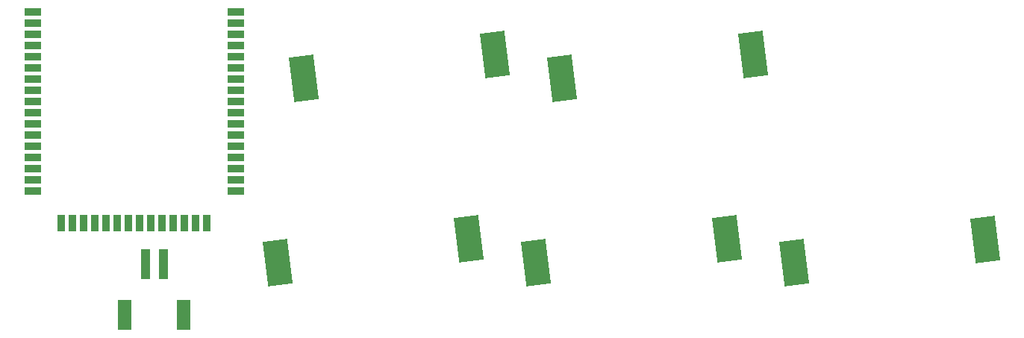
<source format=gbp>
%FSLAX24Y24*%
%MOIN*%
G70*
G01*
G75*
G04 Layer_Color=128*
%ADD10C,0.0080*%
%ADD11C,0.0160*%
%ADD12C,0.0200*%
%ADD13C,0.0300*%
%ADD14C,0.0040*%
%ADD15C,0.0100*%
%ADD16C,0.0120*%
%ADD17C,0.0240*%
%ADD18C,0.0090*%
%ADD19R,0.0200X0.0200*%
%ADD20R,0.0200X0.0200*%
%ADD21C,0.0098*%
%ADD22C,0.0276*%
%ADD23R,0.0236X0.0413*%
%ADD24P,0.0283X4X90.0*%
%ADD25R,0.0940X0.0650*%
%ADD26R,0.0100X0.0270*%
%ADD27R,0.0550X0.0470*%
%ADD28R,0.0160X0.0440*%
G04:AMPARAMS|DCode=29|XSize=20mil|YSize=8mil|CornerRadius=3mil|HoleSize=0mil|Usage=FLASHONLY|Rotation=90.000|XOffset=0mil|YOffset=0mil|HoleType=Round|Shape=RoundedRectangle|*
%AMROUNDEDRECTD29*
21,1,0.0200,0.0020,0,0,90.0*
21,1,0.0140,0.0080,0,0,90.0*
1,1,0.0060,0.0010,0.0070*
1,1,0.0060,0.0010,-0.0070*
1,1,0.0060,-0.0010,-0.0070*
1,1,0.0060,-0.0010,0.0070*
%
%ADD29ROUNDEDRECTD29*%
G04:AMPARAMS|DCode=30|XSize=20mil|YSize=8mil|CornerRadius=3mil|HoleSize=0mil|Usage=FLASHONLY|Rotation=0.000|XOffset=0mil|YOffset=0mil|HoleType=Round|Shape=RoundedRectangle|*
%AMROUNDEDRECTD30*
21,1,0.0200,0.0020,0,0,0.0*
21,1,0.0140,0.0080,0,0,0.0*
1,1,0.0060,0.0070,-0.0010*
1,1,0.0060,-0.0070,-0.0010*
1,1,0.0060,-0.0070,0.0010*
1,1,0.0060,0.0070,0.0010*
%
%ADD30ROUNDEDRECTD30*%
%ADD31R,0.0360X0.0400*%
%ADD32R,0.0340X0.0310*%
%ADD33R,0.0320X0.0280*%
%ADD34R,0.0560X0.0560*%
%ADD35R,0.0480X0.0560*%
%ADD36R,0.0200X0.0400*%
G04:AMPARAMS|DCode=37|XSize=52mil|YSize=63mil|CornerRadius=5.2mil|HoleSize=0mil|Usage=FLASHONLY|Rotation=180.000|XOffset=0mil|YOffset=0mil|HoleType=Round|Shape=RoundedRectangle|*
%AMROUNDEDRECTD37*
21,1,0.0520,0.0526,0,0,180.0*
21,1,0.0416,0.0630,0,0,180.0*
1,1,0.0104,-0.0208,0.0263*
1,1,0.0104,0.0208,0.0263*
1,1,0.0104,0.0208,-0.0263*
1,1,0.0104,-0.0208,-0.0263*
%
%ADD37ROUNDEDRECTD37*%
%ADD38R,0.0400X0.0360*%
%ADD39R,0.0310X0.0340*%
%ADD40R,0.0400X0.0200*%
G04:AMPARAMS|DCode=41|XSize=52mil|YSize=63mil|CornerRadius=5.2mil|HoleSize=0mil|Usage=FLASHONLY|Rotation=315.000|XOffset=0mil|YOffset=0mil|HoleType=Round|Shape=RoundedRectangle|*
%AMROUNDEDRECTD41*
21,1,0.0520,0.0526,0,0,315.0*
21,1,0.0416,0.0630,0,0,315.0*
1,1,0.0104,-0.0039,-0.0333*
1,1,0.0104,-0.0333,-0.0039*
1,1,0.0104,0.0039,0.0333*
1,1,0.0104,0.0333,0.0039*
%
%ADD41ROUNDEDRECTD41*%
G04:AMPARAMS|DCode=42|XSize=52mil|YSize=63mil|CornerRadius=5.2mil|HoleSize=0mil|Usage=FLASHONLY|Rotation=270.000|XOffset=0mil|YOffset=0mil|HoleType=Round|Shape=RoundedRectangle|*
%AMROUNDEDRECTD42*
21,1,0.0520,0.0526,0,0,270.0*
21,1,0.0416,0.0630,0,0,270.0*
1,1,0.0104,-0.0263,-0.0208*
1,1,0.0104,-0.0263,0.0208*
1,1,0.0104,0.0263,0.0208*
1,1,0.0104,0.0263,-0.0208*
%
%ADD42ROUNDEDRECTD42*%
%ADD43R,0.0280X0.0320*%
%ADD44R,0.0100X0.0220*%
G04:AMPARAMS|DCode=45|XSize=22mil|YSize=10mil|CornerRadius=0mil|HoleSize=0mil|Usage=FLASHONLY|Rotation=45.000|XOffset=0mil|YOffset=0mil|HoleType=Round|Shape=Rectangle|*
%AMROTATEDRECTD45*
4,1,4,-0.0042,-0.0113,-0.0113,-0.0042,0.0042,0.0113,0.0113,0.0042,-0.0042,-0.0113,0.0*
%
%ADD45ROTATEDRECTD45*%

%ADD46R,0.1460X0.0480*%
%ADD47R,0.0560X0.0160*%
%ADD48R,0.0750X0.0910*%
%ADD49R,0.0750X0.0710*%
G04:AMPARAMS|DCode=50|XSize=8mil|YSize=28mil|CornerRadius=4mil|HoleSize=0mil|Usage=FLASHONLY|Rotation=270.000|XOffset=0mil|YOffset=0mil|HoleType=Round|Shape=RoundedRectangle|*
%AMROUNDEDRECTD50*
21,1,0.0080,0.0200,0,0,270.0*
21,1,0.0000,0.0280,0,0,270.0*
1,1,0.0080,-0.0100,0.0000*
1,1,0.0080,-0.0100,0.0000*
1,1,0.0080,0.0100,0.0000*
1,1,0.0080,0.0100,0.0000*
%
%ADD50ROUNDEDRECTD50*%
G04:AMPARAMS|DCode=51|XSize=8mil|YSize=28mil|CornerRadius=4mil|HoleSize=0mil|Usage=FLASHONLY|Rotation=180.000|XOffset=0mil|YOffset=0mil|HoleType=Round|Shape=RoundedRectangle|*
%AMROUNDEDRECTD51*
21,1,0.0080,0.0200,0,0,180.0*
21,1,0.0000,0.0280,0,0,180.0*
1,1,0.0080,0.0000,0.0100*
1,1,0.0080,0.0000,0.0100*
1,1,0.0080,0.0000,-0.0100*
1,1,0.0080,0.0000,-0.0100*
%
%ADD51ROUNDEDRECTD51*%
G04:AMPARAMS|DCode=52|XSize=182mil|YSize=182mil|CornerRadius=4.6mil|HoleSize=0mil|Usage=FLASHONLY|Rotation=180.000|XOffset=0mil|YOffset=0mil|HoleType=Round|Shape=RoundedRectangle|*
%AMROUNDEDRECTD52*
21,1,0.1820,0.1729,0,0,180.0*
21,1,0.1729,0.1820,0,0,180.0*
1,1,0.0091,-0.0865,0.0865*
1,1,0.0091,0.0865,0.0865*
1,1,0.0091,0.0865,-0.0865*
1,1,0.0091,-0.0865,-0.0865*
%
%ADD52ROUNDEDRECTD52*%
G04:AMPARAMS|DCode=53|XSize=182mil|YSize=182mil|CornerRadius=4.6mil|HoleSize=0mil|Usage=FLASHONLY|Rotation=135.000|XOffset=0mil|YOffset=0mil|HoleType=Round|Shape=RoundedRectangle|*
%AMROUNDEDRECTD53*
21,1,0.1820,0.1729,0,0,135.0*
21,1,0.1729,0.1820,0,0,135.0*
1,1,0.0091,0.0000,0.1223*
1,1,0.0091,0.1223,0.0000*
1,1,0.0091,0.0000,-0.1223*
1,1,0.0091,-0.1223,0.0000*
%
%ADD53ROUNDEDRECTD53*%
G04:AMPARAMS|DCode=54|XSize=8mil|YSize=28mil|CornerRadius=4mil|HoleSize=0mil|Usage=FLASHONLY|Rotation=135.000|XOffset=0mil|YOffset=0mil|HoleType=Round|Shape=RoundedRectangle|*
%AMROUNDEDRECTD54*
21,1,0.0080,0.0200,0,0,135.0*
21,1,0.0000,0.0280,0,0,135.0*
1,1,0.0080,0.0071,0.0071*
1,1,0.0080,0.0071,0.0071*
1,1,0.0080,-0.0071,-0.0071*
1,1,0.0080,-0.0071,-0.0071*
%
%ADD54ROUNDEDRECTD54*%
G04:AMPARAMS|DCode=55|XSize=8mil|YSize=28mil|CornerRadius=4mil|HoleSize=0mil|Usage=FLASHONLY|Rotation=225.000|XOffset=0mil|YOffset=0mil|HoleType=Round|Shape=RoundedRectangle|*
%AMROUNDEDRECTD55*
21,1,0.0080,0.0200,0,0,225.0*
21,1,0.0000,0.0280,0,0,225.0*
1,1,0.0080,-0.0071,0.0071*
1,1,0.0080,-0.0071,0.0071*
1,1,0.0080,0.0071,-0.0071*
1,1,0.0080,0.0071,-0.0071*
%
%ADD55ROUNDEDRECTD55*%
%ADD56P,0.0283X4X360.0*%
%ADD57R,0.0600X0.0950*%
%ADD58R,0.0240X0.0160*%
G04:AMPARAMS|DCode=59|XSize=14mil|YSize=14mil|CornerRadius=7mil|HoleSize=0mil|Usage=FLASHONLY|Rotation=0.000|XOffset=0mil|YOffset=0mil|HoleType=Round|Shape=RoundedRectangle|*
%AMROUNDEDRECTD59*
21,1,0.0140,0.0000,0,0,0.0*
21,1,0.0000,0.0140,0,0,0.0*
1,1,0.0140,0.0000,0.0000*
1,1,0.0140,0.0000,0.0000*
1,1,0.0140,0.0000,0.0000*
1,1,0.0140,0.0000,0.0000*
%
%ADD59ROUNDEDRECTD59*%
%ADD60R,0.0165X0.0400*%
%ADD61C,0.0236*%
%ADD62R,0.0120X0.0400*%
%ADD63R,0.0480X0.0400*%
%ADD64R,0.0400X0.0480*%
%ADD65R,0.0827X0.0206*%
%ADD66R,0.0394X0.0560*%
%ADD67R,0.0827X0.0354*%
%ADD68R,0.0560X0.0394*%
%ADD69R,0.0206X0.0827*%
%ADD70R,0.0354X0.0827*%
G04:AMPARAMS|DCode=71|XSize=100mil|YSize=35mil|CornerRadius=8.8mil|HoleSize=0mil|Usage=FLASHONLY|Rotation=180.000|XOffset=0mil|YOffset=0mil|HoleType=Round|Shape=RoundedRectangle|*
%AMROUNDEDRECTD71*
21,1,0.1000,0.0175,0,0,180.0*
21,1,0.0825,0.0350,0,0,180.0*
1,1,0.0175,-0.0413,0.0088*
1,1,0.0175,0.0413,0.0088*
1,1,0.0175,0.0413,-0.0088*
1,1,0.0175,-0.0413,-0.0088*
%
%ADD71ROUNDEDRECTD71*%
G04:AMPARAMS|DCode=72|XSize=100mil|YSize=35mil|CornerRadius=8.8mil|HoleSize=0mil|Usage=FLASHONLY|Rotation=90.000|XOffset=0mil|YOffset=0mil|HoleType=Round|Shape=RoundedRectangle|*
%AMROUNDEDRECTD72*
21,1,0.1000,0.0175,0,0,90.0*
21,1,0.0825,0.0350,0,0,90.0*
1,1,0.0175,0.0088,0.0413*
1,1,0.0175,0.0088,-0.0413*
1,1,0.0175,-0.0088,-0.0413*
1,1,0.0175,-0.0088,0.0413*
%
%ADD72ROUNDEDRECTD72*%
%ADD73R,0.0950X0.0300*%
%ADD74R,0.0512X0.0866*%
%ADD75R,0.0512X0.0551*%
%ADD76C,0.0160*%
%ADD77C,0.0630*%
%ADD78C,0.0360*%
%ADD79C,0.0070*%
%ADD80C,0.0060*%
%ADD81C,0.0400*%
%ADD82C,0.0280*%
%ADD83R,0.0520X0.0140*%
%ADD84R,0.0108X0.0250*%
%ADD85R,0.0247X0.0144*%
%ADD86R,0.0230X0.0158*%
%ADD87R,0.0095X0.0038*%
%ADD88R,0.0150X0.0200*%
%ADD89R,0.1410X0.0970*%
%ADD90R,0.0180X0.0170*%
%ADD91C,0.0551*%
%ADD92C,0.0660*%
%ADD93C,0.0160*%
%ADD94C,0.0240*%
%ADD95C,0.0140*%
%ADD96C,0.0480*%
%ADD97C,0.0210*%
%ADD98C,0.0410*%
%ADD99R,0.0250X0.0040*%
G04:AMPARAMS|DCode=100|XSize=700mil|YSize=700mil|CornerRadius=350mil|HoleSize=0mil|Usage=FLASHONLY|Rotation=277.000|XOffset=0mil|YOffset=0mil|HoleType=Round|Shape=RoundedRectangle|*
%AMROUNDEDRECTD100*
21,1,0.7000,0.0000,0,0,277.0*
21,1,0.0000,0.7000,0,0,277.0*
1,1,0.7000,0.0000,0.0000*
1,1,0.7000,0.0000,0.0000*
1,1,0.7000,0.0000,0.0000*
1,1,0.7000,0.0000,0.0000*
%
%ADD100ROUNDEDRECTD100*%
G04:AMPARAMS|DCode=101|XSize=200mil|YSize=110mil|CornerRadius=0mil|HoleSize=0mil|Usage=FLASHONLY|Rotation=277.000|XOffset=0mil|YOffset=0mil|HoleType=Round|Shape=Rectangle|*
%AMROTATEDRECTD101*
4,1,4,-0.0668,0.0926,0.0424,0.1060,0.0668,-0.0926,-0.0424,-0.1060,-0.0668,0.0926,0.0*
%
%ADD101ROTATEDRECTD101*%

%ADD102R,0.0600X0.1340*%
%ADD103R,0.0400X0.1380*%
%ADD104R,0.0750X0.0360*%
%ADD105R,0.0360X0.0750*%
%ADD106R,0.0250X0.0580*%
%ADD107C,0.0050*%
%ADD108R,0.0190X0.0130*%
%ADD109C,0.0003*%
%ADD110C,0.0011*%
%ADD111R,0.0280X0.0280*%
%ADD112R,0.0280X0.0280*%
%ADD113C,0.0178*%
%ADD114C,0.0356*%
%ADD115R,0.0316X0.0493*%
%ADD116P,0.0396X4X90.0*%
%ADD117R,0.1020X0.0730*%
%ADD118R,0.0180X0.0350*%
%ADD119R,0.0630X0.0550*%
%ADD120R,0.0240X0.0520*%
G04:AMPARAMS|DCode=121|XSize=28mil|YSize=16mil|CornerRadius=7mil|HoleSize=0mil|Usage=FLASHONLY|Rotation=90.000|XOffset=0mil|YOffset=0mil|HoleType=Round|Shape=RoundedRectangle|*
%AMROUNDEDRECTD121*
21,1,0.0280,0.0020,0,0,90.0*
21,1,0.0140,0.0160,0,0,90.0*
1,1,0.0140,0.0010,0.0070*
1,1,0.0140,0.0010,-0.0070*
1,1,0.0140,-0.0010,-0.0070*
1,1,0.0140,-0.0010,0.0070*
%
%ADD121ROUNDEDRECTD121*%
G04:AMPARAMS|DCode=122|XSize=28mil|YSize=16mil|CornerRadius=7mil|HoleSize=0mil|Usage=FLASHONLY|Rotation=0.000|XOffset=0mil|YOffset=0mil|HoleType=Round|Shape=RoundedRectangle|*
%AMROUNDEDRECTD122*
21,1,0.0280,0.0020,0,0,0.0*
21,1,0.0140,0.0160,0,0,0.0*
1,1,0.0140,0.0070,-0.0010*
1,1,0.0140,-0.0070,-0.0010*
1,1,0.0140,-0.0070,0.0010*
1,1,0.0140,0.0070,0.0010*
%
%ADD122ROUNDEDRECTD122*%
%ADD123R,0.0440X0.0480*%
%ADD124R,0.0420X0.0390*%
%ADD125R,0.0400X0.0360*%
%ADD126R,0.0640X0.0640*%
%ADD127R,0.0560X0.0640*%
%ADD128R,0.0280X0.0480*%
G04:AMPARAMS|DCode=129|XSize=60mil|YSize=71mil|CornerRadius=9.2mil|HoleSize=0mil|Usage=FLASHONLY|Rotation=180.000|XOffset=0mil|YOffset=0mil|HoleType=Round|Shape=RoundedRectangle|*
%AMROUNDEDRECTD129*
21,1,0.0600,0.0526,0,0,180.0*
21,1,0.0416,0.0710,0,0,180.0*
1,1,0.0184,-0.0208,0.0263*
1,1,0.0184,0.0208,0.0263*
1,1,0.0184,0.0208,-0.0263*
1,1,0.0184,-0.0208,-0.0263*
%
%ADD129ROUNDEDRECTD129*%
%ADD130R,0.0480X0.0440*%
%ADD131R,0.0390X0.0420*%
%ADD132R,0.0480X0.0280*%
G04:AMPARAMS|DCode=133|XSize=60mil|YSize=71mil|CornerRadius=9.2mil|HoleSize=0mil|Usage=FLASHONLY|Rotation=315.000|XOffset=0mil|YOffset=0mil|HoleType=Round|Shape=RoundedRectangle|*
%AMROUNDEDRECTD133*
21,1,0.0600,0.0526,0,0,315.0*
21,1,0.0416,0.0710,0,0,315.0*
1,1,0.0184,-0.0039,-0.0333*
1,1,0.0184,-0.0333,-0.0039*
1,1,0.0184,0.0039,0.0333*
1,1,0.0184,0.0333,0.0039*
%
%ADD133ROUNDEDRECTD133*%
G04:AMPARAMS|DCode=134|XSize=60mil|YSize=71mil|CornerRadius=9.2mil|HoleSize=0mil|Usage=FLASHONLY|Rotation=270.000|XOffset=0mil|YOffset=0mil|HoleType=Round|Shape=RoundedRectangle|*
%AMROUNDEDRECTD134*
21,1,0.0600,0.0526,0,0,270.0*
21,1,0.0416,0.0710,0,0,270.0*
1,1,0.0184,-0.0263,-0.0208*
1,1,0.0184,-0.0263,0.0208*
1,1,0.0184,0.0263,0.0208*
1,1,0.0184,0.0263,-0.0208*
%
%ADD134ROUNDEDRECTD134*%
%ADD135R,0.0360X0.0400*%
%ADD136R,0.0180X0.0300*%
G04:AMPARAMS|DCode=137|XSize=30mil|YSize=18mil|CornerRadius=0mil|HoleSize=0mil|Usage=FLASHONLY|Rotation=45.000|XOffset=0mil|YOffset=0mil|HoleType=Round|Shape=Rectangle|*
%AMROTATEDRECTD137*
4,1,4,-0.0042,-0.0170,-0.0170,-0.0042,0.0042,0.0170,0.0170,0.0042,-0.0042,-0.0170,0.0*
%
%ADD137ROTATEDRECTD137*%

%ADD138R,0.1540X0.0560*%
%ADD139R,0.0640X0.0240*%
%ADD140R,0.0830X0.0990*%
%ADD141R,0.0830X0.0790*%
G04:AMPARAMS|DCode=142|XSize=16mil|YSize=36mil|CornerRadius=8mil|HoleSize=0mil|Usage=FLASHONLY|Rotation=270.000|XOffset=0mil|YOffset=0mil|HoleType=Round|Shape=RoundedRectangle|*
%AMROUNDEDRECTD142*
21,1,0.0160,0.0200,0,0,270.0*
21,1,0.0000,0.0360,0,0,270.0*
1,1,0.0160,-0.0100,0.0000*
1,1,0.0160,-0.0100,0.0000*
1,1,0.0160,0.0100,0.0000*
1,1,0.0160,0.0100,0.0000*
%
%ADD142ROUNDEDRECTD142*%
G04:AMPARAMS|DCode=143|XSize=16mil|YSize=36mil|CornerRadius=8mil|HoleSize=0mil|Usage=FLASHONLY|Rotation=180.000|XOffset=0mil|YOffset=0mil|HoleType=Round|Shape=RoundedRectangle|*
%AMROUNDEDRECTD143*
21,1,0.0160,0.0200,0,0,180.0*
21,1,0.0000,0.0360,0,0,180.0*
1,1,0.0160,0.0000,0.0100*
1,1,0.0160,0.0000,0.0100*
1,1,0.0160,0.0000,-0.0100*
1,1,0.0160,0.0000,-0.0100*
%
%ADD143ROUNDEDRECTD143*%
G04:AMPARAMS|DCode=144|XSize=190mil|YSize=190mil|CornerRadius=8.6mil|HoleSize=0mil|Usage=FLASHONLY|Rotation=180.000|XOffset=0mil|YOffset=0mil|HoleType=Round|Shape=RoundedRectangle|*
%AMROUNDEDRECTD144*
21,1,0.1900,0.1729,0,0,180.0*
21,1,0.1729,0.1900,0,0,180.0*
1,1,0.0171,-0.0865,0.0865*
1,1,0.0171,0.0865,0.0865*
1,1,0.0171,0.0865,-0.0865*
1,1,0.0171,-0.0865,-0.0865*
%
%ADD144ROUNDEDRECTD144*%
G04:AMPARAMS|DCode=145|XSize=190mil|YSize=190mil|CornerRadius=8.6mil|HoleSize=0mil|Usage=FLASHONLY|Rotation=135.000|XOffset=0mil|YOffset=0mil|HoleType=Round|Shape=RoundedRectangle|*
%AMROUNDEDRECTD145*
21,1,0.1900,0.1729,0,0,135.0*
21,1,0.1729,0.1900,0,0,135.0*
1,1,0.0171,0.0000,0.1223*
1,1,0.0171,0.1223,0.0000*
1,1,0.0171,0.0000,-0.1223*
1,1,0.0171,-0.1223,0.0000*
%
%ADD145ROUNDEDRECTD145*%
G04:AMPARAMS|DCode=146|XSize=16mil|YSize=36mil|CornerRadius=8mil|HoleSize=0mil|Usage=FLASHONLY|Rotation=135.000|XOffset=0mil|YOffset=0mil|HoleType=Round|Shape=RoundedRectangle|*
%AMROUNDEDRECTD146*
21,1,0.0160,0.0200,0,0,135.0*
21,1,0.0000,0.0360,0,0,135.0*
1,1,0.0160,0.0071,0.0071*
1,1,0.0160,0.0071,0.0071*
1,1,0.0160,-0.0071,-0.0071*
1,1,0.0160,-0.0071,-0.0071*
%
%ADD146ROUNDEDRECTD146*%
G04:AMPARAMS|DCode=147|XSize=16mil|YSize=36mil|CornerRadius=8mil|HoleSize=0mil|Usage=FLASHONLY|Rotation=225.000|XOffset=0mil|YOffset=0mil|HoleType=Round|Shape=RoundedRectangle|*
%AMROUNDEDRECTD147*
21,1,0.0160,0.0200,0,0,225.0*
21,1,0.0000,0.0360,0,0,225.0*
1,1,0.0160,-0.0071,0.0071*
1,1,0.0160,-0.0071,0.0071*
1,1,0.0160,0.0071,-0.0071*
1,1,0.0160,0.0071,-0.0071*
%
%ADD147ROUNDEDRECTD147*%
%ADD148P,0.0396X4X360.0*%
%ADD149R,0.0680X0.1030*%
%ADD150R,0.0320X0.0240*%
G04:AMPARAMS|DCode=151|XSize=22mil|YSize=22mil|CornerRadius=11mil|HoleSize=0mil|Usage=FLASHONLY|Rotation=0.000|XOffset=0mil|YOffset=0mil|HoleType=Round|Shape=RoundedRectangle|*
%AMROUNDEDRECTD151*
21,1,0.0220,0.0000,0,0,0.0*
21,1,0.0000,0.0220,0,0,0.0*
1,1,0.0220,0.0000,0.0000*
1,1,0.0220,0.0000,0.0000*
1,1,0.0220,0.0000,0.0000*
1,1,0.0220,0.0000,0.0000*
%
%ADD151ROUNDEDRECTD151*%
%ADD152R,0.0245X0.0480*%
%ADD153C,0.0551*%
%ADD154R,0.0200X0.0480*%
%ADD155R,0.0560X0.0480*%
%ADD156R,0.0480X0.0560*%
%ADD157R,0.0907X0.0434*%
%ADD158R,0.0434X0.0907*%
G04:AMPARAMS|DCode=159|XSize=108mil|YSize=43mil|CornerRadius=12.8mil|HoleSize=0mil|Usage=FLASHONLY|Rotation=180.000|XOffset=0mil|YOffset=0mil|HoleType=Round|Shape=RoundedRectangle|*
%AMROUNDEDRECTD159*
21,1,0.1080,0.0175,0,0,180.0*
21,1,0.0825,0.0430,0,0,180.0*
1,1,0.0255,-0.0413,0.0088*
1,1,0.0255,0.0413,0.0088*
1,1,0.0255,0.0413,-0.0088*
1,1,0.0255,-0.0413,-0.0088*
%
%ADD159ROUNDEDRECTD159*%
G04:AMPARAMS|DCode=160|XSize=108mil|YSize=43mil|CornerRadius=12.8mil|HoleSize=0mil|Usage=FLASHONLY|Rotation=90.000|XOffset=0mil|YOffset=0mil|HoleType=Round|Shape=RoundedRectangle|*
%AMROUNDEDRECTD160*
21,1,0.1080,0.0175,0,0,90.0*
21,1,0.0825,0.0430,0,0,90.0*
1,1,0.0255,0.0088,0.0413*
1,1,0.0255,0.0088,-0.0413*
1,1,0.0255,-0.0088,-0.0413*
1,1,0.0255,-0.0088,0.0413*
%
%ADD160ROUNDEDRECTD160*%
%ADD161R,0.1030X0.0380*%
%ADD162R,0.0592X0.0946*%
%ADD163R,0.0592X0.0631*%
%ADD164C,0.0631*%
%ADD165C,0.0740*%
%ADD166C,0.0560*%
%ADD167C,0.0290*%
G04:AMPARAMS|DCode=168|XSize=708mil|YSize=708mil|CornerRadius=354mil|HoleSize=0mil|Usage=FLASHONLY|Rotation=277.000|XOffset=0mil|YOffset=0mil|HoleType=Round|Shape=RoundedRectangle|*
%AMROUNDEDRECTD168*
21,1,0.7080,0.0000,0,0,277.0*
21,1,0.0000,0.7080,0,0,277.0*
1,1,0.7080,0.0000,0.0000*
1,1,0.7080,0.0000,0.0000*
1,1,0.7080,0.0000,0.0000*
1,1,0.7080,0.0000,0.0000*
%
%ADD168ROUNDEDRECTD168*%
G04:AMPARAMS|DCode=169|XSize=208mil|YSize=118mil|CornerRadius=0mil|HoleSize=0mil|Usage=FLASHONLY|Rotation=277.000|XOffset=0mil|YOffset=0mil|HoleType=Round|Shape=Rectangle|*
%AMROTATEDRECTD169*
4,1,4,-0.0712,0.0960,0.0459,0.1104,0.0712,-0.0960,-0.0459,-0.1104,-0.0712,0.0960,0.0*
%
%ADD169ROTATEDRECTD169*%

%ADD170R,0.0680X0.1420*%
%ADD171R,0.0480X0.1460*%
%ADD172R,0.0830X0.0440*%
%ADD173R,0.0440X0.0830*%
D101*
X17893Y12019D02*
D03*
X9357Y10971D02*
D03*
X20887D02*
D03*
X29423Y12019D02*
D03*
X8177Y2741D02*
D03*
X16713Y3789D02*
D03*
X28243D02*
D03*
X19707Y2741D02*
D03*
X31247Y2731D02*
D03*
X39783Y3779D02*
D03*
D102*
X3995Y395D02*
D03*
X1356D02*
D03*
D103*
X3075Y2668D02*
D03*
X2281D02*
D03*
D104*
X6305Y11435D02*
D03*
Y11935D02*
D03*
Y12435D02*
D03*
Y12935D02*
D03*
Y13435D02*
D03*
Y13935D02*
D03*
Y8435D02*
D03*
Y8935D02*
D03*
Y9435D02*
D03*
Y9935D02*
D03*
Y10435D02*
D03*
Y10935D02*
D03*
Y5935D02*
D03*
Y6435D02*
D03*
Y6935D02*
D03*
Y7435D02*
D03*
Y7935D02*
D03*
X-2750Y5935D02*
D03*
Y6435D02*
D03*
Y6935D02*
D03*
Y7435D02*
D03*
Y7935D02*
D03*
Y8435D02*
D03*
Y8935D02*
D03*
Y9435D02*
D03*
Y9935D02*
D03*
Y10435D02*
D03*
Y10935D02*
D03*
Y11435D02*
D03*
Y11935D02*
D03*
Y12435D02*
D03*
Y12935D02*
D03*
Y13435D02*
D03*
Y13935D02*
D03*
D105*
X5025Y4485D02*
D03*
X4525D02*
D03*
X4025D02*
D03*
X3525D02*
D03*
X3025D02*
D03*
X2525D02*
D03*
X2025D02*
D03*
X1525D02*
D03*
X1025D02*
D03*
X525D02*
D03*
X25D02*
D03*
X-475D02*
D03*
X-975D02*
D03*
X-1475D02*
D03*
M02*

</source>
